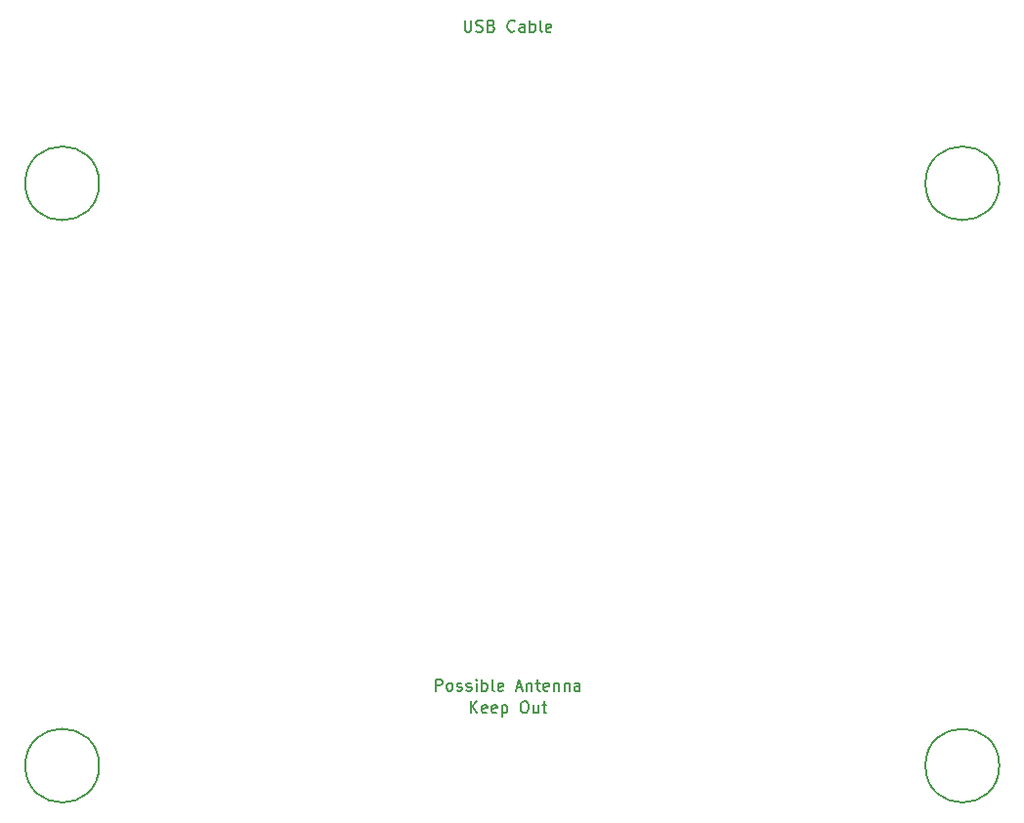
<source format=gbr>
%TF.GenerationSoftware,KiCad,Pcbnew,8.0.6+1*%
%TF.CreationDate,2024-11-30T04:25:24-08:00*%
%TF.ProjectId,pico-logic-analyzer,7069636f-2d6c-46f6-9769-632d616e616c,rev?*%
%TF.SameCoordinates,Original*%
%TF.FileFunction,Other,Comment*%
%FSLAX46Y46*%
G04 Gerber Fmt 4.6, Leading zero omitted, Abs format (unit mm)*
G04 Created by KiCad (PCBNEW 8.0.6+1) date 2024-11-30 04:25:24*
%MOMM*%
%LPD*%
G01*
G04 APERTURE LIST*
%ADD10C,0.150000*%
G04 APERTURE END LIST*
D10*
X164371904Y-41359819D02*
X164371904Y-42169342D01*
X164371904Y-42169342D02*
X164419523Y-42264580D01*
X164419523Y-42264580D02*
X164467142Y-42312200D01*
X164467142Y-42312200D02*
X164562380Y-42359819D01*
X164562380Y-42359819D02*
X164752856Y-42359819D01*
X164752856Y-42359819D02*
X164848094Y-42312200D01*
X164848094Y-42312200D02*
X164895713Y-42264580D01*
X164895713Y-42264580D02*
X164943332Y-42169342D01*
X164943332Y-42169342D02*
X164943332Y-41359819D01*
X165371904Y-42312200D02*
X165514761Y-42359819D01*
X165514761Y-42359819D02*
X165752856Y-42359819D01*
X165752856Y-42359819D02*
X165848094Y-42312200D01*
X165848094Y-42312200D02*
X165895713Y-42264580D01*
X165895713Y-42264580D02*
X165943332Y-42169342D01*
X165943332Y-42169342D02*
X165943332Y-42074104D01*
X165943332Y-42074104D02*
X165895713Y-41978866D01*
X165895713Y-41978866D02*
X165848094Y-41931247D01*
X165848094Y-41931247D02*
X165752856Y-41883628D01*
X165752856Y-41883628D02*
X165562380Y-41836009D01*
X165562380Y-41836009D02*
X165467142Y-41788390D01*
X165467142Y-41788390D02*
X165419523Y-41740771D01*
X165419523Y-41740771D02*
X165371904Y-41645533D01*
X165371904Y-41645533D02*
X165371904Y-41550295D01*
X165371904Y-41550295D02*
X165419523Y-41455057D01*
X165419523Y-41455057D02*
X165467142Y-41407438D01*
X165467142Y-41407438D02*
X165562380Y-41359819D01*
X165562380Y-41359819D02*
X165800475Y-41359819D01*
X165800475Y-41359819D02*
X165943332Y-41407438D01*
X166705237Y-41836009D02*
X166848094Y-41883628D01*
X166848094Y-41883628D02*
X166895713Y-41931247D01*
X166895713Y-41931247D02*
X166943332Y-42026485D01*
X166943332Y-42026485D02*
X166943332Y-42169342D01*
X166943332Y-42169342D02*
X166895713Y-42264580D01*
X166895713Y-42264580D02*
X166848094Y-42312200D01*
X166848094Y-42312200D02*
X166752856Y-42359819D01*
X166752856Y-42359819D02*
X166371904Y-42359819D01*
X166371904Y-42359819D02*
X166371904Y-41359819D01*
X166371904Y-41359819D02*
X166705237Y-41359819D01*
X166705237Y-41359819D02*
X166800475Y-41407438D01*
X166800475Y-41407438D02*
X166848094Y-41455057D01*
X166848094Y-41455057D02*
X166895713Y-41550295D01*
X166895713Y-41550295D02*
X166895713Y-41645533D01*
X166895713Y-41645533D02*
X166848094Y-41740771D01*
X166848094Y-41740771D02*
X166800475Y-41788390D01*
X166800475Y-41788390D02*
X166705237Y-41836009D01*
X166705237Y-41836009D02*
X166371904Y-41836009D01*
X168705237Y-42264580D02*
X168657618Y-42312200D01*
X168657618Y-42312200D02*
X168514761Y-42359819D01*
X168514761Y-42359819D02*
X168419523Y-42359819D01*
X168419523Y-42359819D02*
X168276666Y-42312200D01*
X168276666Y-42312200D02*
X168181428Y-42216961D01*
X168181428Y-42216961D02*
X168133809Y-42121723D01*
X168133809Y-42121723D02*
X168086190Y-41931247D01*
X168086190Y-41931247D02*
X168086190Y-41788390D01*
X168086190Y-41788390D02*
X168133809Y-41597914D01*
X168133809Y-41597914D02*
X168181428Y-41502676D01*
X168181428Y-41502676D02*
X168276666Y-41407438D01*
X168276666Y-41407438D02*
X168419523Y-41359819D01*
X168419523Y-41359819D02*
X168514761Y-41359819D01*
X168514761Y-41359819D02*
X168657618Y-41407438D01*
X168657618Y-41407438D02*
X168705237Y-41455057D01*
X169562380Y-42359819D02*
X169562380Y-41836009D01*
X169562380Y-41836009D02*
X169514761Y-41740771D01*
X169514761Y-41740771D02*
X169419523Y-41693152D01*
X169419523Y-41693152D02*
X169229047Y-41693152D01*
X169229047Y-41693152D02*
X169133809Y-41740771D01*
X169562380Y-42312200D02*
X169467142Y-42359819D01*
X169467142Y-42359819D02*
X169229047Y-42359819D01*
X169229047Y-42359819D02*
X169133809Y-42312200D01*
X169133809Y-42312200D02*
X169086190Y-42216961D01*
X169086190Y-42216961D02*
X169086190Y-42121723D01*
X169086190Y-42121723D02*
X169133809Y-42026485D01*
X169133809Y-42026485D02*
X169229047Y-41978866D01*
X169229047Y-41978866D02*
X169467142Y-41978866D01*
X169467142Y-41978866D02*
X169562380Y-41931247D01*
X170038571Y-42359819D02*
X170038571Y-41359819D01*
X170038571Y-41740771D02*
X170133809Y-41693152D01*
X170133809Y-41693152D02*
X170324285Y-41693152D01*
X170324285Y-41693152D02*
X170419523Y-41740771D01*
X170419523Y-41740771D02*
X170467142Y-41788390D01*
X170467142Y-41788390D02*
X170514761Y-41883628D01*
X170514761Y-41883628D02*
X170514761Y-42169342D01*
X170514761Y-42169342D02*
X170467142Y-42264580D01*
X170467142Y-42264580D02*
X170419523Y-42312200D01*
X170419523Y-42312200D02*
X170324285Y-42359819D01*
X170324285Y-42359819D02*
X170133809Y-42359819D01*
X170133809Y-42359819D02*
X170038571Y-42312200D01*
X171086190Y-42359819D02*
X170990952Y-42312200D01*
X170990952Y-42312200D02*
X170943333Y-42216961D01*
X170943333Y-42216961D02*
X170943333Y-41359819D01*
X171848095Y-42312200D02*
X171752857Y-42359819D01*
X171752857Y-42359819D02*
X171562381Y-42359819D01*
X171562381Y-42359819D02*
X171467143Y-42312200D01*
X171467143Y-42312200D02*
X171419524Y-42216961D01*
X171419524Y-42216961D02*
X171419524Y-41836009D01*
X171419524Y-41836009D02*
X171467143Y-41740771D01*
X171467143Y-41740771D02*
X171562381Y-41693152D01*
X171562381Y-41693152D02*
X171752857Y-41693152D01*
X171752857Y-41693152D02*
X171848095Y-41740771D01*
X171848095Y-41740771D02*
X171895714Y-41836009D01*
X171895714Y-41836009D02*
X171895714Y-41931247D01*
X171895714Y-41931247D02*
X171419524Y-42026485D01*
X164895714Y-101414819D02*
X164895714Y-100414819D01*
X165467142Y-101414819D02*
X165038571Y-100843390D01*
X165467142Y-100414819D02*
X164895714Y-100986247D01*
X166276666Y-101367200D02*
X166181428Y-101414819D01*
X166181428Y-101414819D02*
X165990952Y-101414819D01*
X165990952Y-101414819D02*
X165895714Y-101367200D01*
X165895714Y-101367200D02*
X165848095Y-101271961D01*
X165848095Y-101271961D02*
X165848095Y-100891009D01*
X165848095Y-100891009D02*
X165895714Y-100795771D01*
X165895714Y-100795771D02*
X165990952Y-100748152D01*
X165990952Y-100748152D02*
X166181428Y-100748152D01*
X166181428Y-100748152D02*
X166276666Y-100795771D01*
X166276666Y-100795771D02*
X166324285Y-100891009D01*
X166324285Y-100891009D02*
X166324285Y-100986247D01*
X166324285Y-100986247D02*
X165848095Y-101081485D01*
X167133809Y-101367200D02*
X167038571Y-101414819D01*
X167038571Y-101414819D02*
X166848095Y-101414819D01*
X166848095Y-101414819D02*
X166752857Y-101367200D01*
X166752857Y-101367200D02*
X166705238Y-101271961D01*
X166705238Y-101271961D02*
X166705238Y-100891009D01*
X166705238Y-100891009D02*
X166752857Y-100795771D01*
X166752857Y-100795771D02*
X166848095Y-100748152D01*
X166848095Y-100748152D02*
X167038571Y-100748152D01*
X167038571Y-100748152D02*
X167133809Y-100795771D01*
X167133809Y-100795771D02*
X167181428Y-100891009D01*
X167181428Y-100891009D02*
X167181428Y-100986247D01*
X167181428Y-100986247D02*
X166705238Y-101081485D01*
X167610000Y-100748152D02*
X167610000Y-101748152D01*
X167610000Y-100795771D02*
X167705238Y-100748152D01*
X167705238Y-100748152D02*
X167895714Y-100748152D01*
X167895714Y-100748152D02*
X167990952Y-100795771D01*
X167990952Y-100795771D02*
X168038571Y-100843390D01*
X168038571Y-100843390D02*
X168086190Y-100938628D01*
X168086190Y-100938628D02*
X168086190Y-101224342D01*
X168086190Y-101224342D02*
X168038571Y-101319580D01*
X168038571Y-101319580D02*
X167990952Y-101367200D01*
X167990952Y-101367200D02*
X167895714Y-101414819D01*
X167895714Y-101414819D02*
X167705238Y-101414819D01*
X167705238Y-101414819D02*
X167610000Y-101367200D01*
X169467143Y-100414819D02*
X169657619Y-100414819D01*
X169657619Y-100414819D02*
X169752857Y-100462438D01*
X169752857Y-100462438D02*
X169848095Y-100557676D01*
X169848095Y-100557676D02*
X169895714Y-100748152D01*
X169895714Y-100748152D02*
X169895714Y-101081485D01*
X169895714Y-101081485D02*
X169848095Y-101271961D01*
X169848095Y-101271961D02*
X169752857Y-101367200D01*
X169752857Y-101367200D02*
X169657619Y-101414819D01*
X169657619Y-101414819D02*
X169467143Y-101414819D01*
X169467143Y-101414819D02*
X169371905Y-101367200D01*
X169371905Y-101367200D02*
X169276667Y-101271961D01*
X169276667Y-101271961D02*
X169229048Y-101081485D01*
X169229048Y-101081485D02*
X169229048Y-100748152D01*
X169229048Y-100748152D02*
X169276667Y-100557676D01*
X169276667Y-100557676D02*
X169371905Y-100462438D01*
X169371905Y-100462438D02*
X169467143Y-100414819D01*
X170752857Y-100748152D02*
X170752857Y-101414819D01*
X170324286Y-100748152D02*
X170324286Y-101271961D01*
X170324286Y-101271961D02*
X170371905Y-101367200D01*
X170371905Y-101367200D02*
X170467143Y-101414819D01*
X170467143Y-101414819D02*
X170610000Y-101414819D01*
X170610000Y-101414819D02*
X170705238Y-101367200D01*
X170705238Y-101367200D02*
X170752857Y-101319580D01*
X171086191Y-100748152D02*
X171467143Y-100748152D01*
X171229048Y-100414819D02*
X171229048Y-101271961D01*
X171229048Y-101271961D02*
X171276667Y-101367200D01*
X171276667Y-101367200D02*
X171371905Y-101414819D01*
X171371905Y-101414819D02*
X171467143Y-101414819D01*
X161871904Y-99509819D02*
X161871904Y-98509819D01*
X161871904Y-98509819D02*
X162252856Y-98509819D01*
X162252856Y-98509819D02*
X162348094Y-98557438D01*
X162348094Y-98557438D02*
X162395713Y-98605057D01*
X162395713Y-98605057D02*
X162443332Y-98700295D01*
X162443332Y-98700295D02*
X162443332Y-98843152D01*
X162443332Y-98843152D02*
X162395713Y-98938390D01*
X162395713Y-98938390D02*
X162348094Y-98986009D01*
X162348094Y-98986009D02*
X162252856Y-99033628D01*
X162252856Y-99033628D02*
X161871904Y-99033628D01*
X163014761Y-99509819D02*
X162919523Y-99462200D01*
X162919523Y-99462200D02*
X162871904Y-99414580D01*
X162871904Y-99414580D02*
X162824285Y-99319342D01*
X162824285Y-99319342D02*
X162824285Y-99033628D01*
X162824285Y-99033628D02*
X162871904Y-98938390D01*
X162871904Y-98938390D02*
X162919523Y-98890771D01*
X162919523Y-98890771D02*
X163014761Y-98843152D01*
X163014761Y-98843152D02*
X163157618Y-98843152D01*
X163157618Y-98843152D02*
X163252856Y-98890771D01*
X163252856Y-98890771D02*
X163300475Y-98938390D01*
X163300475Y-98938390D02*
X163348094Y-99033628D01*
X163348094Y-99033628D02*
X163348094Y-99319342D01*
X163348094Y-99319342D02*
X163300475Y-99414580D01*
X163300475Y-99414580D02*
X163252856Y-99462200D01*
X163252856Y-99462200D02*
X163157618Y-99509819D01*
X163157618Y-99509819D02*
X163014761Y-99509819D01*
X163729047Y-99462200D02*
X163824285Y-99509819D01*
X163824285Y-99509819D02*
X164014761Y-99509819D01*
X164014761Y-99509819D02*
X164109999Y-99462200D01*
X164109999Y-99462200D02*
X164157618Y-99366961D01*
X164157618Y-99366961D02*
X164157618Y-99319342D01*
X164157618Y-99319342D02*
X164109999Y-99224104D01*
X164109999Y-99224104D02*
X164014761Y-99176485D01*
X164014761Y-99176485D02*
X163871904Y-99176485D01*
X163871904Y-99176485D02*
X163776666Y-99128866D01*
X163776666Y-99128866D02*
X163729047Y-99033628D01*
X163729047Y-99033628D02*
X163729047Y-98986009D01*
X163729047Y-98986009D02*
X163776666Y-98890771D01*
X163776666Y-98890771D02*
X163871904Y-98843152D01*
X163871904Y-98843152D02*
X164014761Y-98843152D01*
X164014761Y-98843152D02*
X164109999Y-98890771D01*
X164538571Y-99462200D02*
X164633809Y-99509819D01*
X164633809Y-99509819D02*
X164824285Y-99509819D01*
X164824285Y-99509819D02*
X164919523Y-99462200D01*
X164919523Y-99462200D02*
X164967142Y-99366961D01*
X164967142Y-99366961D02*
X164967142Y-99319342D01*
X164967142Y-99319342D02*
X164919523Y-99224104D01*
X164919523Y-99224104D02*
X164824285Y-99176485D01*
X164824285Y-99176485D02*
X164681428Y-99176485D01*
X164681428Y-99176485D02*
X164586190Y-99128866D01*
X164586190Y-99128866D02*
X164538571Y-99033628D01*
X164538571Y-99033628D02*
X164538571Y-98986009D01*
X164538571Y-98986009D02*
X164586190Y-98890771D01*
X164586190Y-98890771D02*
X164681428Y-98843152D01*
X164681428Y-98843152D02*
X164824285Y-98843152D01*
X164824285Y-98843152D02*
X164919523Y-98890771D01*
X165395714Y-99509819D02*
X165395714Y-98843152D01*
X165395714Y-98509819D02*
X165348095Y-98557438D01*
X165348095Y-98557438D02*
X165395714Y-98605057D01*
X165395714Y-98605057D02*
X165443333Y-98557438D01*
X165443333Y-98557438D02*
X165395714Y-98509819D01*
X165395714Y-98509819D02*
X165395714Y-98605057D01*
X165871904Y-99509819D02*
X165871904Y-98509819D01*
X165871904Y-98890771D02*
X165967142Y-98843152D01*
X165967142Y-98843152D02*
X166157618Y-98843152D01*
X166157618Y-98843152D02*
X166252856Y-98890771D01*
X166252856Y-98890771D02*
X166300475Y-98938390D01*
X166300475Y-98938390D02*
X166348094Y-99033628D01*
X166348094Y-99033628D02*
X166348094Y-99319342D01*
X166348094Y-99319342D02*
X166300475Y-99414580D01*
X166300475Y-99414580D02*
X166252856Y-99462200D01*
X166252856Y-99462200D02*
X166157618Y-99509819D01*
X166157618Y-99509819D02*
X165967142Y-99509819D01*
X165967142Y-99509819D02*
X165871904Y-99462200D01*
X166919523Y-99509819D02*
X166824285Y-99462200D01*
X166824285Y-99462200D02*
X166776666Y-99366961D01*
X166776666Y-99366961D02*
X166776666Y-98509819D01*
X167681428Y-99462200D02*
X167586190Y-99509819D01*
X167586190Y-99509819D02*
X167395714Y-99509819D01*
X167395714Y-99509819D02*
X167300476Y-99462200D01*
X167300476Y-99462200D02*
X167252857Y-99366961D01*
X167252857Y-99366961D02*
X167252857Y-98986009D01*
X167252857Y-98986009D02*
X167300476Y-98890771D01*
X167300476Y-98890771D02*
X167395714Y-98843152D01*
X167395714Y-98843152D02*
X167586190Y-98843152D01*
X167586190Y-98843152D02*
X167681428Y-98890771D01*
X167681428Y-98890771D02*
X167729047Y-98986009D01*
X167729047Y-98986009D02*
X167729047Y-99081247D01*
X167729047Y-99081247D02*
X167252857Y-99176485D01*
X168871905Y-99224104D02*
X169348095Y-99224104D01*
X168776667Y-99509819D02*
X169110000Y-98509819D01*
X169110000Y-98509819D02*
X169443333Y-99509819D01*
X169776667Y-98843152D02*
X169776667Y-99509819D01*
X169776667Y-98938390D02*
X169824286Y-98890771D01*
X169824286Y-98890771D02*
X169919524Y-98843152D01*
X169919524Y-98843152D02*
X170062381Y-98843152D01*
X170062381Y-98843152D02*
X170157619Y-98890771D01*
X170157619Y-98890771D02*
X170205238Y-98986009D01*
X170205238Y-98986009D02*
X170205238Y-99509819D01*
X170538572Y-98843152D02*
X170919524Y-98843152D01*
X170681429Y-98509819D02*
X170681429Y-99366961D01*
X170681429Y-99366961D02*
X170729048Y-99462200D01*
X170729048Y-99462200D02*
X170824286Y-99509819D01*
X170824286Y-99509819D02*
X170919524Y-99509819D01*
X171633810Y-99462200D02*
X171538572Y-99509819D01*
X171538572Y-99509819D02*
X171348096Y-99509819D01*
X171348096Y-99509819D02*
X171252858Y-99462200D01*
X171252858Y-99462200D02*
X171205239Y-99366961D01*
X171205239Y-99366961D02*
X171205239Y-98986009D01*
X171205239Y-98986009D02*
X171252858Y-98890771D01*
X171252858Y-98890771D02*
X171348096Y-98843152D01*
X171348096Y-98843152D02*
X171538572Y-98843152D01*
X171538572Y-98843152D02*
X171633810Y-98890771D01*
X171633810Y-98890771D02*
X171681429Y-98986009D01*
X171681429Y-98986009D02*
X171681429Y-99081247D01*
X171681429Y-99081247D02*
X171205239Y-99176485D01*
X172110001Y-98843152D02*
X172110001Y-99509819D01*
X172110001Y-98938390D02*
X172157620Y-98890771D01*
X172157620Y-98890771D02*
X172252858Y-98843152D01*
X172252858Y-98843152D02*
X172395715Y-98843152D01*
X172395715Y-98843152D02*
X172490953Y-98890771D01*
X172490953Y-98890771D02*
X172538572Y-98986009D01*
X172538572Y-98986009D02*
X172538572Y-99509819D01*
X173014763Y-98843152D02*
X173014763Y-99509819D01*
X173014763Y-98938390D02*
X173062382Y-98890771D01*
X173062382Y-98890771D02*
X173157620Y-98843152D01*
X173157620Y-98843152D02*
X173300477Y-98843152D01*
X173300477Y-98843152D02*
X173395715Y-98890771D01*
X173395715Y-98890771D02*
X173443334Y-98986009D01*
X173443334Y-98986009D02*
X173443334Y-99509819D01*
X174348096Y-99509819D02*
X174348096Y-98986009D01*
X174348096Y-98986009D02*
X174300477Y-98890771D01*
X174300477Y-98890771D02*
X174205239Y-98843152D01*
X174205239Y-98843152D02*
X174014763Y-98843152D01*
X174014763Y-98843152D02*
X173919525Y-98890771D01*
X174348096Y-99462200D02*
X174252858Y-99509819D01*
X174252858Y-99509819D02*
X174014763Y-99509819D01*
X174014763Y-99509819D02*
X173919525Y-99462200D01*
X173919525Y-99462200D02*
X173871906Y-99366961D01*
X173871906Y-99366961D02*
X173871906Y-99271723D01*
X173871906Y-99271723D02*
X173919525Y-99176485D01*
X173919525Y-99176485D02*
X174014763Y-99128866D01*
X174014763Y-99128866D02*
X174252858Y-99128866D01*
X174252858Y-99128866D02*
X174348096Y-99081247D01*
%TO.C,H4*%
X132700000Y-106000000D02*
G75*
G02*
X126300000Y-106000000I-3200000J0D01*
G01*
X126300000Y-106000000D02*
G75*
G02*
X132700000Y-106000000I3200000J0D01*
G01*
%TO.C,H2*%
X210700000Y-106000000D02*
G75*
G02*
X204300000Y-106000000I-3200000J0D01*
G01*
X204300000Y-106000000D02*
G75*
G02*
X210700000Y-106000000I3200000J0D01*
G01*
%TO.C,H1*%
X210700000Y-55500000D02*
G75*
G02*
X204300000Y-55500000I-3200000J0D01*
G01*
X204300000Y-55500000D02*
G75*
G02*
X210700000Y-55500000I3200000J0D01*
G01*
%TO.C,H3*%
X132700000Y-55500000D02*
G75*
G02*
X126300000Y-55500000I-3200000J0D01*
G01*
X126300000Y-55500000D02*
G75*
G02*
X132700000Y-55500000I3200000J0D01*
G01*
%TD*%
M02*

</source>
